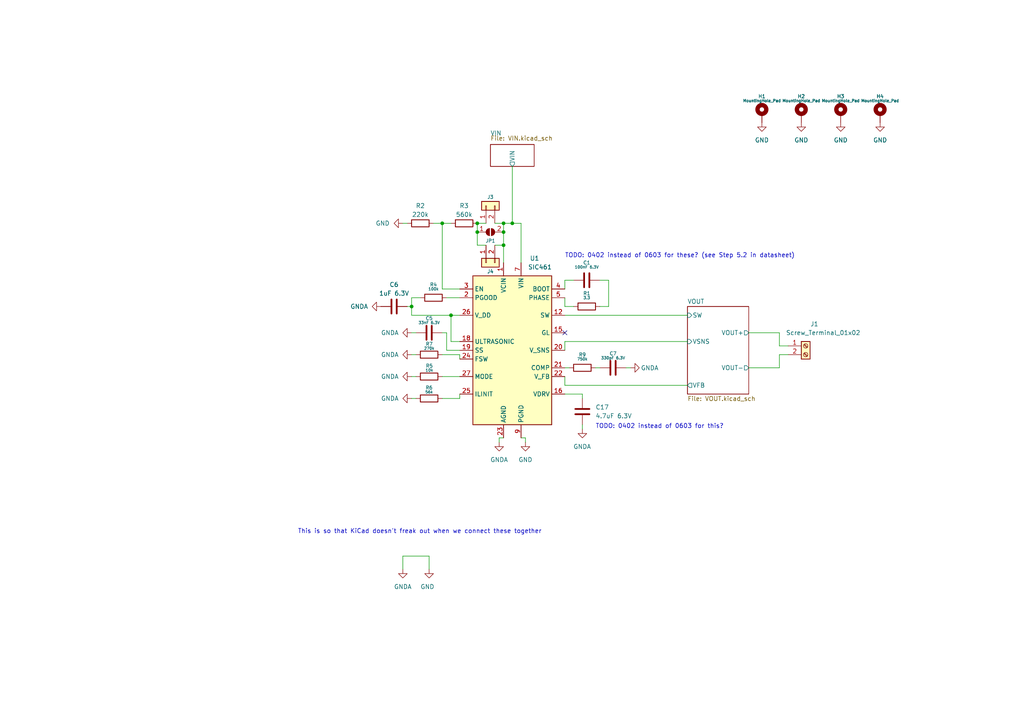
<source format=kicad_sch>
(kicad_sch (version 20211123) (generator eeschema)
  (paper "A4")
  (lib_symbols
    (symbol "Connector:Screw_Terminal_01x02" (pin_names (offset 1.016) hide)
      (property "Reference" "J" (at 0 2.54 0))
      (property "Value" "Screw_Terminal_01x02" (at 0 -5.08 0))
      (symbol "Screw_Terminal_01x02_1_1"
        (rectangle (start -1.27 1.27) (end 1.27 -3.81) (stroke (width 0.254)) (fill (type background)))
        (circle (center 0 -2.54) (radius 0.635) (stroke (width 0.1524)))
        (polyline (pts (xy -0.5334 -2.2098) (xy 0.3302 -3.048)) (stroke (width 0.1524)))
        (polyline (pts (xy -0.5334 0.3302) (xy 0.3302 -0.508)) (stroke (width 0.1524)))
        (polyline (pts (xy -0.3556 -2.032) (xy 0.508 -2.8702)) (stroke (width 0.1524)))
        (polyline (pts (xy -0.3556 0.508) (xy 0.508 -0.3302)) (stroke (width 0.1524)))
        (circle (center 0 0) (radius 0.635) (stroke (width 0.1524)))
        (pin passive line (at -5.08 0 0) (length 3.81) (name "Pin_1") (number "1"))
        (pin passive line (at -5.08 -2.54 0) (length 3.81) (name "Pin_2") (number "2"))
      )
    )
    (symbol "Connector_Generic:Conn_01x02" (pin_names (offset 1.016) hide)
      (property "Reference" "J" (at 0 2.54 0))
      (property "Value" "Conn_01x02" (at 0 -5.08 0))
      (symbol "Conn_01x02_1_1"
        (rectangle (start -1.27 -2.413) (end 0 -2.667) (stroke (width 0.1524)))
        (rectangle (start -1.27 0.127) (end 0 -0.127) (stroke (width 0.1524)))
        (rectangle (start -1.27 1.27) (end 1.27 -3.81) (stroke (width 0.254)) (fill (type background)))
        (pin passive line (at -5.08 0 0) (length 3.81) (name "Pin_1") (number "1"))
        (pin passive line (at -5.08 -2.54 0) (length 3.81) (name "Pin_2") (number "2"))
      )
    )
    (symbol "Device:C" (pin_numbers hide) (pin_names (offset 0.254))
      (property "Reference" "C" (at 0.635 2.54 0))
      (property "Value" "C" (at 0.635 -2.54 0))
      (symbol "C_0_1"
        (polyline (pts (xy -2.032 -0.762) (xy 2.032 -0.762)) (stroke (width 0.508)))
        (polyline (pts (xy -2.032 0.762) (xy 2.032 0.762)) (stroke (width 0.508)))
      )
      (symbol "C_1_1"
        (pin passive line (at 0 3.81 270) (length 2.794) (name "~") (number "1"))
        (pin passive line (at 0 -3.81 90) (length 2.794) (name "~") (number "2"))
      )
    )
    (symbol "Device:R" (pin_numbers hide) (pin_names (offset 0))
      (property "Reference" "R" (at 2.032 0 90))
      (property "Value" "R" (at 0 0 90))
      (symbol "R_0_1"
        (rectangle (start -1.016 -2.54) (end 1.016 2.54) (stroke (width 0.254)))
      )
      (symbol "R_1_1"
        (pin passive line (at 0 3.81 270) (length 1.27) (name "~") (number "1"))
        (pin passive line (at 0 -3.81 90) (length 1.27) (name "~") (number "2"))
      )
    )
    (symbol "Jumper:SolderJumper_2_Open" (pin_names (offset 0) hide)
      (property "Reference" "JP" (at 0 2.032 0))
      (property "Value" "SolderJumper_2_Open" (at 0 -2.54 0))
      (symbol "SolderJumper_2_Open_0_1"
        (arc (start -0.254 1.016) (mid -1.27 0) (end -0.254 -1.016))
        (arc (start -0.254 1.016) (mid -1.27 0) (end -0.254 -1.016) (fill (type outline)))
        (polyline (pts (xy -0.254 1.016) (xy -0.254 -1.016)))
        (polyline (pts (xy 0.254 1.016) (xy 0.254 -1.016)))
        (arc (start 0.254 -1.016) (mid 1.27 0) (end 0.254 1.016))
        (arc (start 0.254 -1.016) (mid 1.27 0) (end 0.254 1.016) (fill (type outline)))
      )
      (symbol "SolderJumper_2_Open_1_1"
        (pin passive line (at -3.81 0 0) (length 2.54) (name "A") (number "1"))
        (pin passive line (at 3.81 0 180) (length 2.54) (name "B") (number "2"))
      )
    )
    (symbol "Mechanical:MountingHole_Pad" (pin_numbers hide) (pin_names (offset 1.016) hide)
      (property "Reference" "H" (at 0 6.35 0))
      (property "Value" "MountingHole_Pad" (at 0 4.445 0))
      (symbol "MountingHole_Pad_0_1"
        (circle (center 0 1.27) (radius 1.27) (stroke (width 1.27)))
      )
      (symbol "MountingHole_Pad_1_1"
        (pin input line (at 0 -2.54 90) (length 2.54) (name "1") (number "1"))
      )
    )
    (symbol "Regulator_Switching:SIC461"
      (property "Reference" "U" (at -10.16 25.4 0))
      (property "Value" "SIC461" (at -10.16 22.86 0))
      (symbol "SIC461_0_1"
        (rectangle (start -11.43 21.59) (end 11.43 -21.59) (stroke (width 0.254)) (fill (type background)))
      )
      (symbol "SIC461_1_1"
        (pin power_in line (at -2.54 25.4 270) (length 3.81) (name "VCIN") (number "1"))
        (pin passive line (at 2.54 -25.4 90) (length 3.81) hide (name "PGND") (number "10"))
        (pin passive line (at 2.54 -25.4 90) (length 3.81) hide (name "PGND") (number "11"))
        (pin power_out line (at 15.24 10.16 180) (length 3.81) (name "SW") (number "12"))
        (pin passive line (at 15.24 10.16 180) (length 3.81) hide (name "SW") (number "13"))
        (pin passive line (at 15.24 10.16 180) (length 3.81) hide (name "SW") (number "14"))
        (pin output line (at 15.24 5.08 180) (length 3.81) (name "GL") (number "15"))
        (pin power_out line (at 15.24 -12.7 180) (length 3.81) (name "VDRV") (number "16"))
        (pin passive line (at 2.54 -25.4 90) (length 3.81) hide (name "PGND") (number "17"))
        (pin input line (at -15.24 2.54 0) (length 3.81) (name "ULTRASONIC") (number "18"))
        (pin input line (at -15.24 0 0) (length 3.81) (name "SS") (number "19"))
        (pin open_collector line (at -15.24 15.24 0) (length 3.81) (name "PGOOD") (number "2"))
        (pin input line (at 15.24 0 180) (length 3.81) (name "V_SNS") (number "20"))
        (pin output line (at 15.24 -5.08 180) (length 3.81) (name "COMP") (number "21"))
        (pin input line (at 15.24 -7.62 180) (length 3.81) (name "V_FB") (number "22"))
        (pin power_in line (at -2.54 -25.4 90) (length 3.81) (name "AGND") (number "23"))
        (pin input line (at -15.24 -2.54 0) (length 3.81) (name "FSW") (number "24"))
        (pin input line (at -15.24 -12.7 0) (length 3.81) (name "ILINIT") (number "25"))
        (pin power_out line (at -15.24 10.16 0) (length 3.81) (name "V_DD") (number "26"))
        (pin input line (at -15.24 -7.62 0) (length 3.81) (name "MODE") (number "27"))
        (pin passive line (at -2.54 -25.4 90) (length 3.81) hide (name "AGND") (number "28"))
        (pin passive line (at 2.54 25.4 270) (length 3.81) hide (name "VIN") (number "29"))
        (pin input line (at -15.24 17.78 0) (length 3.81) (name "EN") (number "3"))
        (pin passive line (at 2.54 -25.4 90) (length 3.81) hide (name "PGND") (number "30"))
        (pin input line (at 15.24 17.78 180) (length 3.81) (name "BOOT") (number "4"))
        (pin output line (at 15.24 15.24 180) (length 3.81) (name "PHASE") (number "5"))
        (pin passive line (at 15.24 15.24 180) (length 3.81) hide (name "PHASE") (number "6"))
        (pin power_in line (at 2.54 25.4 270) (length 3.81) (name "VIN") (number "7"))
        (pin passive line (at 2.54 25.4 270) (length 3.81) hide (name "VIN") (number "8"))
        (pin power_in line (at 2.54 -25.4 90) (length 3.81) (name "PGND") (number "9"))
      )
    )
    (symbol "power:GND" (power) (pin_names (offset 0))
      (property "Value" "GND" (at 0 -3.81 0))
      (symbol "GND_0_1"
        (polyline (pts (xy 0 0) (xy 0 -1.27) (xy 1.27 -1.27) (xy 0 -2.54) (xy -1.27 -1.27) (xy 0 -1.27)))
      )
      (symbol "GND_1_1"
        (pin power_in line (at 0 0 270) (length 0) hide (name "GND") (number "1"))
      )
    )
    (symbol "power:GNDA" (power) (pin_names (offset 0))
      (property "Value" "GNDA" (at 0 -3.81 0))
      (symbol "GNDA_0_1"
        (polyline (pts (xy 0 0) (xy 0 -1.27) (xy 1.27 -1.27) (xy 0 -2.54) (xy -1.27 -1.27) (xy 0 -1.27)))
      )
      (symbol "GNDA_1_1"
        (pin power_in line (at 0 0 270) (length 0) hide (name "GNDA") (number "1"))
      )
    )
  )
  (junction (at 119.38 88.9))
  (junction (at 146.05 67.31))
  (junction (at 128.27 64.77))
  (junction (at 130.81 91.44))
  (junction (at 138.43 64.77))
  (junction (at 146.05 64.77))
  (junction (at 138.43 67.31))
  (junction (at 146.05 71.12))
  (junction (at 148.59 64.77))
  (no_connect (at 163.83 96.52))
  (wire (pts (xy 144.78 127) (xy 144.78 128.27)))
  (wire (pts (xy 129.54 96.52) (xy 129.54 101.6)))
  (wire (pts (xy 163.83 114.3) (xy 168.91 114.3)))
  (wire (pts (xy 168.91 124.46) (xy 168.91 123.19)))
  (wire (pts (xy 148.59 48.26) (xy 148.59 64.77)))
  (wire (pts (xy 130.81 91.44) (xy 133.35 91.44)))
  (wire (pts (xy 129.54 96.52) (xy 128.27 96.52)))
  (wire (pts (xy 118.11 88.9) (xy 119.38 88.9)))
  (wire (pts (xy 152.4 127) (xy 152.4 128.27)))
  (wire (pts (xy 163.83 111.76) (xy 163.83 109.22)))
  (wire (pts (xy 152.4 127) (xy 151.13 127)))
  (wire (pts (xy 163.83 111.76) (xy 199.39 111.76)))
  (wire (pts (xy 226.06 96.52) (xy 226.06 100.33)))
  (wire (pts (xy 129.54 86.36) (xy 133.35 86.36)))
  (wire (pts (xy 125.73 64.77) (xy 128.27 64.77)))
  (wire (pts (xy 128.27 109.22) (xy 133.35 109.22)))
  (wire (pts (xy 226.06 102.87) (xy 228.6 102.87)))
  (wire (pts (xy 226.06 100.33) (xy 228.6 100.33)))
  (wire (pts (xy 138.43 71.12) (xy 138.43 67.31)))
  (wire (pts (xy 116.84 161.29) (xy 124.46 161.29)))
  (wire (pts (xy 217.17 96.52) (xy 226.06 96.52)))
  (wire (pts (xy 163.83 91.44) (xy 199.39 91.44)))
  (wire (pts (xy 128.27 64.77) (xy 130.81 64.77)))
  (wire (pts (xy 217.17 106.68) (xy 226.06 106.68)))
  (wire (pts (xy 140.97 71.12) (xy 138.43 71.12)))
  (wire (pts (xy 119.38 115.57) (xy 120.65 115.57)))
  (wire (pts (xy 176.53 81.28) (xy 173.99 81.28)))
  (wire (pts (xy 119.38 91.44) (xy 130.81 91.44)))
  (wire (pts (xy 182.88 106.68) (xy 181.61 106.68)))
  (wire (pts (xy 133.35 115.57) (xy 128.27 115.57)))
  (wire (pts (xy 146.05 71.12) (xy 146.05 76.2)))
  (wire (pts (xy 119.38 96.52) (xy 120.65 96.52)))
  (wire (pts (xy 119.38 86.36) (xy 119.38 88.9)))
  (wire (pts (xy 143.51 64.77) (xy 146.05 64.77)))
  (wire (pts (xy 130.81 99.06) (xy 130.81 91.44)))
  (wire (pts (xy 129.54 101.6) (xy 133.35 101.6)))
  (wire (pts (xy 144.78 127) (xy 146.05 127)))
  (wire (pts (xy 226.06 106.68) (xy 226.06 102.87)))
  (wire (pts (xy 176.53 81.28) (xy 176.53 88.9)))
  (wire (pts (xy 128.27 83.82) (xy 133.35 83.82)))
  (wire (pts (xy 163.83 86.36) (xy 163.83 88.9)))
  (wire (pts (xy 116.84 161.29) (xy 116.84 165.1)))
  (wire (pts (xy 133.35 114.3) (xy 133.35 115.57)))
  (wire (pts (xy 163.83 99.06) (xy 199.39 99.06)))
  (wire (pts (xy 168.91 114.3) (xy 168.91 115.57)))
  (wire (pts (xy 165.1 106.68) (xy 163.83 106.68)))
  (wire (pts (xy 151.13 64.77) (xy 151.13 76.2)))
  (wire (pts (xy 130.81 99.06) (xy 133.35 99.06)))
  (wire (pts (xy 166.37 88.9) (xy 163.83 88.9)))
  (wire (pts (xy 138.43 64.77) (xy 140.97 64.77)))
  (wire (pts (xy 176.53 88.9) (xy 173.99 88.9)))
  (wire (pts (xy 163.83 99.06) (xy 163.83 101.6)))
  (wire (pts (xy 143.51 71.12) (xy 146.05 71.12)))
  (wire (pts (xy 146.05 67.31) (xy 146.05 71.12)))
  (wire (pts (xy 148.59 64.77) (xy 151.13 64.77)))
  (wire (pts (xy 148.59 64.77) (xy 146.05 64.77)))
  (wire (pts (xy 119.38 102.87) (xy 120.65 102.87)))
  (wire (pts (xy 119.38 88.9) (xy 119.38 91.44)))
  (wire (pts (xy 163.83 81.28) (xy 166.37 81.28)))
  (wire (pts (xy 119.38 86.36) (xy 121.92 86.36)))
  (wire (pts (xy 173.99 106.68) (xy 172.72 106.68)))
  (wire (pts (xy 138.43 64.77) (xy 138.43 67.31)))
  (wire (pts (xy 119.38 109.22) (xy 120.65 109.22)))
  (wire (pts (xy 124.46 161.29) (xy 124.46 165.1)))
  (wire (pts (xy 128.27 64.77) (xy 128.27 83.82)))
  (wire (pts (xy 116.84 64.77) (xy 118.11 64.77)))
  (wire (pts (xy 133.35 102.87) (xy 133.35 104.14)))
  (wire (pts (xy 163.83 83.82) (xy 163.83 81.28)))
  (wire (pts (xy 128.27 102.87) (xy 133.35 102.87)))
  (wire (pts (xy 146.05 64.77) (xy 146.05 67.31)))
  (text "This is so that KiCad doesn't freak out when we connect these together" (at 86.36 154.94 0) (effects (font (size 1.27 1.27)) (justify left bottom)))
  (text "TODO: 0402 instead of 0603 for this?" (at 172.72 124.46 0) (effects (font (size 1.27 1.27)) (justify left bottom)))
  (text "TODO: 0402 instead of 0603 for these? (see Step 5.2 in datasheet)" (at 163.83 74.93 0) (effects (font (size 1.27 1.27)) (justify left bottom)))
  (symbol (lib_id "power:GND") (at 232.41 35.56 0) (unit 1)
    (property "Reference" "#PWR0104" (effects hide))
    (property "Value" "GND" (at 232.41 40.64 0))
  )
  (symbol (lib_id "power:GNDA") (at 116.84 165.1 0) (unit 1)
    (property "Reference" "#PWR0101" (effects hide))
    (property "Value" "GNDA" (at 116.84 170.18 0))
  )
  (symbol (lib_id "power:GNDA") (at 119.38 102.87 270) (unit 1)
    (property "Reference" "#PWR012" (effects hide))
    (property "Value" "GNDA" (at 110.49 102.87 90) (effects (justify left)))
  )
  (symbol (lib_id "power:GNDA") (at 119.38 96.52 270) (unit 1)
    (property "Reference" "#PWR08" (effects hide))
    (property "Value" "GNDA" (at 110.49 96.52 90) (effects (justify left)))
  )
  (symbol (lib_id "Device:C") (at 124.46 96.52 90) (unit 1)
    (property "Reference" "C5" (at 124.4772 92.3095 90) (effects (font (size 1 1))))
    (property "Value" "33nF 6.3V" (at 124.4772 93.5795 90) (effects (font (size 0.8 0.8))))
    (property "Footprint" "Capacitor_SMD:C_0603_1608Metric" (effects hide))
    (property "LCSC" "C106856" (effects hide))
  )
  (symbol (lib_id "Jumper:SolderJumper_2_Open") (at 142.24 67.31 0) (unit 1) (in_bom no)
    (property "Reference" "JP1" (at 142.24 69.85 0) (effects (font (size 1 1))))
    (property "Value" "SolderJumper_2_Open" (effects hide))
    (property "Footprint" "Jumper:SolderJumper-2_P1.3mm_Open_RoundedPad1.0x1.5mm" (effects hide))
  )
  (symbol (lib_id "Regulator_Switching:SIC461") (at 148.59 101.6 0) (unit 1)
    (property "Reference" "U1" (at 153.67 74.93 0) (effects (justify left)))
    (property "Value" "SIC461" (at 153.1494 77.47 0) (effects (justify left)))
    (property "Footprint" "SiC46x:Vishay_PowerPAK_MLP55-27L_R" (effects hide))
    (property "Datasheet" "https://www.vishay.com/docs/65124/sic46x.pdf" (effects hide))
    (property "LCSC" "C499531" (effects hide))
  )
  (symbol (lib_id "power:GNDA") (at 168.91 124.46 0) (unit 1)
    (property "Reference" "#PWR07" (effects hide))
    (property "Value" "GNDA" (at 171.45 129.54 0) (effects (justify right)))
  )
  (symbol (lib_id "Mechanical:MountingHole_Pad") (at 255.27 33.02 0) (unit 1) (in_bom no)
    (property "Reference" "H4" (at 255.27 27.94 0) (effects (font (size 1 1))))
    (property "Value" "MountingHole_Pad" (at 255.27 29.21 0) (effects (font (size 0.8 0.8))))
    (property "Footprint" "MountingHole:MountingHole_3.2mm_M3_Pad" (effects hide))
  )
  (symbol (lib_id "Device:R") (at 125.73 86.36 90) (unit 1)
    (property "Reference" "R4" (at 125.73 82.55 90) (effects (font (size 1 1))))
    (property "Value" "100k" (at 125.73 83.82 90) (effects (font (size 0.8 0.8))))
    (property "Footprint" "Resistor_SMD:R_0603_1608Metric" (effects hide))
    (property "LCSC" "C14675" (effects hide))
  )
  (symbol (lib_id "Device:C") (at 170.18 81.28 90) (unit 1)
    (property "Reference" "C1" (at 170.18 76.2 90) (effects (font (size 1 1))))
    (property "Value" "100nF 6.3V" (at 170.18 77.47 90) (effects (font (size 0.8 0.8))))
    (property "Footprint" "Capacitor_SMD:C_0603_1608Metric" (effects hide))
    (property "LCSC" "C42998" (effects hide))
  )
  (symbol (lib_id "power:GNDA") (at 119.38 115.57 270) (unit 1)
    (property "Reference" "#PWR010" (effects hide))
    (property "Value" "GNDA" (at 110.49 115.57 90) (effects (justify left)))
  )
  (symbol (lib_id "power:GNDA") (at 119.38 109.22 270) (unit 1)
    (property "Reference" "#PWR09" (effects hide))
    (property "Value" "GNDA" (at 110.49 109.22 90) (effects (justify left)))
  )
  (symbol (lib_id "Connector_Generic:Conn_01x02") (at 140.97 76.2 90) (mirror x) (unit 1)
    (property "Reference" "J4" (at 142.24 78.74 90) (effects (font (size 1 1))))
    (property "Value" "Conn_01x02" (effects hide))
    (property "Footprint" "TerminalBlock_Phoenix:TerminalBlock_Phoenix_MPT-0,5-2-2.54_1x02_P2.54mm_Horizontal" (effects hide))
    (property "LCSC" "C918120" (effects hide))
  )
  (symbol (lib_id "power:GNDA") (at 182.88 106.68 90) (unit 1)
    (property "Reference" "#PWR013" (effects hide))
    (property "Value" "GNDA" (at 185.855 106.7217 90) (effects (justify right)))
  )
  (symbol (lib_id "Mechanical:MountingHole_Pad") (at 243.84 33.02 0) (unit 1) (in_bom no)
    (property "Reference" "H3" (at 243.84 27.94 0) (effects (font (size 1 1))))
    (property "Value" "MountingHole_Pad" (at 243.84 29.21 0) (effects (font (size 0.8 0.8))))
    (property "Footprint" "MountingHole:MountingHole_3.2mm_M3_Pad" (effects hide))
  )
  (symbol (lib_id "Device:R") (at 124.46 109.22 90) (unit 1)
    (property "Reference" "R5" (at 124.5219 106.118 90) (effects (font (size 1 1))))
    (property "Value" "10k" (at 124.5219 107.388 90) (effects (font (size 0.8 0.8))))
    (property "Footprint" "Resistor_SMD:R_0603_1608Metric" (effects hide))
    (property "LCSC" "C98220" (effects hide))
  )
  (symbol (lib_id "Device:R") (at 124.46 115.57 90) (unit 1)
    (property "Reference" "R6" (at 124.4599 112.4501 90) (effects (font (size 1 1))))
    (property "Value" "56k" (at 124.4599 113.7201 90) (effects (font (size 0.8 0.8))))
    (property "Footprint" "Resistor_SMD:R_0603_1608Metric" (effects hide))
    (property "LCSC" "C23206" (effects hide))
  )
  (symbol (lib_id "power:GND") (at 116.84 64.77 270) (unit 1)
    (property "Reference" "#PWR05" (effects hide))
    (property "Value" "GND" (at 113.03 64.7699 90) (effects (justify right)))
  )
  (symbol (lib_id "Device:C") (at 177.8 106.68 90) (unit 1)
    (property "Reference" "C7" (at 177.821 102.5422 90) (effects (font (size 1 1))))
    (property "Value" "330pF 6.3V" (at 177.821 103.8122 90) (effects (font (size 0.8 0.8))))
    (property "Footprint" "Capacitor_SMD:C_0603_1608Metric" (effects hide))
    (property "LCSC" "C107087" (effects hide))
  )
  (symbol (lib_id "power:GND") (at 255.27 35.56 0) (unit 1)
    (property "Reference" "#PWR0106" (effects hide))
    (property "Value" "GND" (at 255.27 40.64 0))
  )
  (symbol (lib_id "power:GND") (at 152.4 128.27 0) (unit 1)
    (property "Reference" "#PWR01" (effects hide))
    (property "Value" "GND" (at 152.4 133.35 0))
  )
  (symbol (lib_id "Mechanical:MountingHole_Pad") (at 232.41 33.02 0) (unit 1) (in_bom no)
    (property "Reference" "H2" (at 232.41 27.94 0) (effects (font (size 1 1))))
    (property "Value" "MountingHole_Pad" (at 232.41 29.21 0) (effects (font (size 0.8 0.8))))
    (property "Footprint" "MountingHole:MountingHole_3.2mm_M3_Pad" (effects hide))
  )
  (symbol (lib_id "Mechanical:MountingHole_Pad") (at 220.98 33.02 0) (unit 1) (in_bom no)
    (property "Reference" "H1" (at 220.98 27.94 0) (effects (font (size 1 1))))
    (property "Value" "MountingHole_Pad" (at 220.98 29.21 0) (effects (font (size 0.8 0.8))))
    (property "Footprint" "MountingHole:MountingHole_3.2mm_M3_Pad" (effects hide))
  )
  (symbol (lib_id "Device:R") (at 170.18 88.9 90) (unit 1)
    (property "Reference" "R1" (at 170.18 85.09 90) (effects (font (size 1 1))))
    (property "Value" "3.3" (at 170.18 86.36 90) (effects (font (size 0.8 0.8))))
    (property "Footprint" "Resistor_SMD:R_0603_1608Metric" (effects hide))
    (property "LCSC" "C25238" (effects hide))
  )
  (symbol (lib_id "Device:R") (at 121.92 64.77 270) (unit 1)
    (property "Reference" "R2" (at 121.92 59.69 90))
    (property "Value" "220k" (at 121.92 62.23 90))
    (property "Footprint" "Resistor_SMD:R_0603_1608Metric" (effects hide))
    (property "LCSC" "C22961" (effects hide))
  )
  (symbol (lib_id "power:GND") (at 124.46 165.1 0) (unit 1)
    (property "Reference" "#PWR0102" (effects hide))
    (property "Value" "GND" (at 121.92 170.18 0) (effects (justify left)))
  )
  (symbol (lib_id "Device:C") (at 114.3 88.9 90) (unit 1)
    (property "Reference" "C6" (at 114.3 82.55 90))
    (property "Value" "1uF 6.3V" (at 114.3 85.09 90))
    (property "Footprint" "Capacitor_SMD:C_0603_1608Metric" (effects hide))
    (property "LCSC" "C1592" (effects hide))
  )
  (symbol (lib_id "power:GNDA") (at 110.49 88.9 270) (unit 1)
    (property "Reference" "#PWR011" (effects hide))
    (property "Value" "GNDA" (at 101.6 88.9 90) (effects (justify left)))
  )
  (symbol (lib_id "power:GNDA") (at 144.78 128.27 0) (unit 1)
    (property "Reference" "#PWR06" (effects hide))
    (property "Value" "GNDA" (at 144.78 133.35 0))
  )
  (symbol (lib_id "Device:C") (at 168.91 119.38 180) (unit 1)
    (property "Reference" "C17" (at 172.72 118.11 0) (effects (justify right)))
    (property "Value" "4.7uF 6.3V" (at 172.72 120.65 0) (effects (justify right)))
    (property "Footprint" "Capacitor_SMD:C_0603_1608Metric" (effects hide))
    (property "LCSC" "C8032" (effects hide))
  )
  (symbol (lib_id "Device:R") (at 134.62 64.77 90) (unit 1)
    (property "Reference" "R3" (at 134.62 59.69 90))
    (property "Value" "560k" (at 134.62 62.23 90))
    (property "Footprint" "Resistor_SMD:R_0603_1608Metric" (effects hide))
    (property "LCSC" "C23203" (effects hide))
  )
  (symbol (lib_id "Connector:Screw_Terminal_01x02") (at 233.68 100.33 0) (unit 1)
    (property "Reference" "J1" (at 236.22 93.98 0))
    (property "Value" "Screw_Terminal_01x02" (at 238.76 96.52 0))
    (property "Footprint" "TerminalBlock_Phoenix:TerminalBlock_Phoenix_MKDS-1,5-2-5.08_1x02_P5.08mm_Horizontal" (effects hide))
    (property "LCSC" "C8465" (effects hide))
  )
  (symbol (lib_id "Connector_Generic:Conn_01x02") (at 140.97 59.69 90) (unit 1)
    (property "Reference" "J3" (at 142.24 57.15 90) (effects (font (size 1 1))))
    (property "Value" "Conn_01x02" (effects hide))
    (property "Footprint" "Connector_PinHeader_2.54mm:PinHeader_1x02_P2.54mm_Vertical" (effects hide))
    (property "LCSC" "C213465" (effects hide))
  )
  (symbol (lib_id "power:GND") (at 220.98 35.56 0) (unit 1)
    (property "Reference" "#PWR0105" (effects hide))
    (property "Value" "GND" (at 220.98 40.64 0))
  )
  (symbol (lib_id "Device:R") (at 124.46 102.87 90) (unit 1)
    (property "Reference" "R7" (at 124.4952 99.7745 90) (effects (font (size 1 1))))
    (property "Value" "270k" (at 124.4952 101.0445 90) (effects (font (size 0.8 0.8))))
    (property "Footprint" "Resistor_SMD:R_0603_1608Metric" (effects hide))
    (property "LCSC" "C22965" (effects hide))
  )
  (symbol (lib_id "Device:R") (at 168.91 106.68 90) (unit 1)
    (property "Reference" "R9" (at 168.91 102.87 90) (effects (font (size 1 1))))
    (property "Value" "750k" (at 168.91 104.14 90) (effects (font (size 0.8 0.8))))
    (property "Footprint" "Resistor_SMD:R_0603_1608Metric" (effects hide))
    (property "LCSC" "C23240" (effects hide))
  )
  (symbol (lib_id "power:GND") (at 243.84 35.56 0) (unit 1)
    (property "Reference" "#PWR0107" (effects hide))
    (property "Value" "GND" (at 243.84 40.64 0))
  )
  (sheet (at 142.24 41.91) (size 12.7 6.35) (stroke (width 0.1524))
    (property "Sheet name" "VIN" (at 142.24 39.37 0) (effects (justify left bottom)))
    (property "Sheet file" "VIN.kicad_sch" (at 142.24 39.37 0) (effects (justify left top)))
    (pin "VIN" output (at 148.59 48.26 270))
  )
  (sheet (at 199.39 88.9) (size 17.78 25.4) (stroke (width 0.1524))
    (property "Sheet name" "VOUT" (at 199.39 88.1884 0) (effects (justify left bottom)))
    (property "Sheet file" "VOUT.kicad_sch" (at 199.39 114.8846 0) (effects (justify left top)))
    (pin "VSNS" input (at 199.39 99.06 180))
    (pin "SW" input (at 199.39 91.44 180))
    (pin "VFB" output (at 199.39 111.76 180))
    (pin "VOUT+" output (at 217.17 96.52 0))
    (pin "VOUT-" output (at 217.17 106.68 0))
  )
)
</source>
